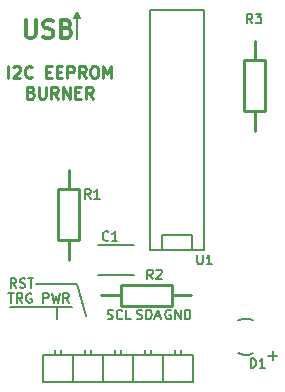
<source format=gto>
G04 #@! TF.GenerationSoftware,KiCad,Pcbnew,(5.1.4)-1*
G04 #@! TF.CreationDate,2019-10-18T13:19:36+02:00*
G04 #@! TF.ProjectId,FV1-usbprog,4656312d-7573-4627-9072-6f672e6b6963,rev?*
G04 #@! TF.SameCoordinates,Original*
G04 #@! TF.FileFunction,Legend,Top*
G04 #@! TF.FilePolarity,Positive*
%FSLAX46Y46*%
G04 Gerber Fmt 4.6, Leading zero omitted, Abs format (unit mm)*
G04 Created by KiCad (PCBNEW (5.1.4)-1) date 2019-10-18 13:19:36*
%MOMM*%
%LPD*%
G04 APERTURE LIST*
%ADD10C,0.200000*%
%ADD11C,0.250000*%
%ADD12C,0.300000*%
%ADD13C,0.150000*%
%ADD14C,0.254000*%
%ADD15C,0.203200*%
G04 APERTURE END LIST*
D10*
X173500000Y-133000000D02*
X173500000Y-134000000D01*
X169500000Y-133000000D02*
X174750000Y-133000000D01*
X175250000Y-131000000D02*
X171750000Y-131000000D01*
X176000000Y-133750000D02*
X175250000Y-131000000D01*
D11*
X169392857Y-113577380D02*
X169392857Y-112577380D01*
X169821428Y-112672619D02*
X169869047Y-112625000D01*
X169964285Y-112577380D01*
X170202380Y-112577380D01*
X170297619Y-112625000D01*
X170345238Y-112672619D01*
X170392857Y-112767857D01*
X170392857Y-112863095D01*
X170345238Y-113005952D01*
X169773809Y-113577380D01*
X170392857Y-113577380D01*
X171392857Y-113482142D02*
X171345238Y-113529761D01*
X171202380Y-113577380D01*
X171107142Y-113577380D01*
X170964285Y-113529761D01*
X170869047Y-113434523D01*
X170821428Y-113339285D01*
X170773809Y-113148809D01*
X170773809Y-113005952D01*
X170821428Y-112815476D01*
X170869047Y-112720238D01*
X170964285Y-112625000D01*
X171107142Y-112577380D01*
X171202380Y-112577380D01*
X171345238Y-112625000D01*
X171392857Y-112672619D01*
X172583333Y-113053571D02*
X172916666Y-113053571D01*
X173059523Y-113577380D02*
X172583333Y-113577380D01*
X172583333Y-112577380D01*
X173059523Y-112577380D01*
X173488095Y-113053571D02*
X173821428Y-113053571D01*
X173964285Y-113577380D02*
X173488095Y-113577380D01*
X173488095Y-112577380D01*
X173964285Y-112577380D01*
X174392857Y-113577380D02*
X174392857Y-112577380D01*
X174773809Y-112577380D01*
X174869047Y-112625000D01*
X174916666Y-112672619D01*
X174964285Y-112767857D01*
X174964285Y-112910714D01*
X174916666Y-113005952D01*
X174869047Y-113053571D01*
X174773809Y-113101190D01*
X174392857Y-113101190D01*
X175964285Y-113577380D02*
X175630952Y-113101190D01*
X175392857Y-113577380D02*
X175392857Y-112577380D01*
X175773809Y-112577380D01*
X175869047Y-112625000D01*
X175916666Y-112672619D01*
X175964285Y-112767857D01*
X175964285Y-112910714D01*
X175916666Y-113005952D01*
X175869047Y-113053571D01*
X175773809Y-113101190D01*
X175392857Y-113101190D01*
X176583333Y-112577380D02*
X176773809Y-112577380D01*
X176869047Y-112625000D01*
X176964285Y-112720238D01*
X177011904Y-112910714D01*
X177011904Y-113244047D01*
X176964285Y-113434523D01*
X176869047Y-113529761D01*
X176773809Y-113577380D01*
X176583333Y-113577380D01*
X176488095Y-113529761D01*
X176392857Y-113434523D01*
X176345238Y-113244047D01*
X176345238Y-112910714D01*
X176392857Y-112720238D01*
X176488095Y-112625000D01*
X176583333Y-112577380D01*
X177440476Y-113577380D02*
X177440476Y-112577380D01*
X177773809Y-113291666D01*
X178107142Y-112577380D01*
X178107142Y-113577380D01*
X171321428Y-114803571D02*
X171464285Y-114851190D01*
X171511904Y-114898809D01*
X171559523Y-114994047D01*
X171559523Y-115136904D01*
X171511904Y-115232142D01*
X171464285Y-115279761D01*
X171369047Y-115327380D01*
X170988095Y-115327380D01*
X170988095Y-114327380D01*
X171321428Y-114327380D01*
X171416666Y-114375000D01*
X171464285Y-114422619D01*
X171511904Y-114517857D01*
X171511904Y-114613095D01*
X171464285Y-114708333D01*
X171416666Y-114755952D01*
X171321428Y-114803571D01*
X170988095Y-114803571D01*
X171988095Y-114327380D02*
X171988095Y-115136904D01*
X172035714Y-115232142D01*
X172083333Y-115279761D01*
X172178571Y-115327380D01*
X172369047Y-115327380D01*
X172464285Y-115279761D01*
X172511904Y-115232142D01*
X172559523Y-115136904D01*
X172559523Y-114327380D01*
X173607142Y-115327380D02*
X173273809Y-114851190D01*
X173035714Y-115327380D02*
X173035714Y-114327380D01*
X173416666Y-114327380D01*
X173511904Y-114375000D01*
X173559523Y-114422619D01*
X173607142Y-114517857D01*
X173607142Y-114660714D01*
X173559523Y-114755952D01*
X173511904Y-114803571D01*
X173416666Y-114851190D01*
X173035714Y-114851190D01*
X174035714Y-115327380D02*
X174035714Y-114327380D01*
X174607142Y-115327380D01*
X174607142Y-114327380D01*
X175083333Y-114803571D02*
X175416666Y-114803571D01*
X175559523Y-115327380D02*
X175083333Y-115327380D01*
X175083333Y-114327380D01*
X175559523Y-114327380D01*
X176559523Y-115327380D02*
X176226190Y-114851190D01*
X175988095Y-115327380D02*
X175988095Y-114327380D01*
X176369047Y-114327380D01*
X176464285Y-114375000D01*
X176511904Y-114422619D01*
X176559523Y-114517857D01*
X176559523Y-114660714D01*
X176511904Y-114755952D01*
X176464285Y-114803571D01*
X176369047Y-114851190D01*
X175988095Y-114851190D01*
D10*
X170061904Y-131361904D02*
X169795238Y-130980952D01*
X169604761Y-131361904D02*
X169604761Y-130561904D01*
X169909523Y-130561904D01*
X169985714Y-130600000D01*
X170023809Y-130638095D01*
X170061904Y-130714285D01*
X170061904Y-130828571D01*
X170023809Y-130904761D01*
X169985714Y-130942857D01*
X169909523Y-130980952D01*
X169604761Y-130980952D01*
X170366666Y-131323809D02*
X170480952Y-131361904D01*
X170671428Y-131361904D01*
X170747619Y-131323809D01*
X170785714Y-131285714D01*
X170823809Y-131209523D01*
X170823809Y-131133333D01*
X170785714Y-131057142D01*
X170747619Y-131019047D01*
X170671428Y-130980952D01*
X170519047Y-130942857D01*
X170442857Y-130904761D01*
X170404761Y-130866666D01*
X170366666Y-130790476D01*
X170366666Y-130714285D01*
X170404761Y-130638095D01*
X170442857Y-130600000D01*
X170519047Y-130561904D01*
X170709523Y-130561904D01*
X170823809Y-130600000D01*
X171052380Y-130561904D02*
X171509523Y-130561904D01*
X171280952Y-131361904D02*
X171280952Y-130561904D01*
X177797619Y-133973809D02*
X177911904Y-134011904D01*
X178102380Y-134011904D01*
X178178571Y-133973809D01*
X178216666Y-133935714D01*
X178254761Y-133859523D01*
X178254761Y-133783333D01*
X178216666Y-133707142D01*
X178178571Y-133669047D01*
X178102380Y-133630952D01*
X177950000Y-133592857D01*
X177873809Y-133554761D01*
X177835714Y-133516666D01*
X177797619Y-133440476D01*
X177797619Y-133364285D01*
X177835714Y-133288095D01*
X177873809Y-133250000D01*
X177950000Y-133211904D01*
X178140476Y-133211904D01*
X178254761Y-133250000D01*
X179054761Y-133935714D02*
X179016666Y-133973809D01*
X178902380Y-134011904D01*
X178826190Y-134011904D01*
X178711904Y-133973809D01*
X178635714Y-133897619D01*
X178597619Y-133821428D01*
X178559523Y-133669047D01*
X178559523Y-133554761D01*
X178597619Y-133402380D01*
X178635714Y-133326190D01*
X178711904Y-133250000D01*
X178826190Y-133211904D01*
X178902380Y-133211904D01*
X179016666Y-133250000D01*
X179054761Y-133288095D01*
X179778571Y-134011904D02*
X179397619Y-134011904D01*
X179397619Y-133211904D01*
X180278571Y-133973809D02*
X180392857Y-134011904D01*
X180583333Y-134011904D01*
X180659523Y-133973809D01*
X180697619Y-133935714D01*
X180735714Y-133859523D01*
X180735714Y-133783333D01*
X180697619Y-133707142D01*
X180659523Y-133669047D01*
X180583333Y-133630952D01*
X180430952Y-133592857D01*
X180354761Y-133554761D01*
X180316666Y-133516666D01*
X180278571Y-133440476D01*
X180278571Y-133364285D01*
X180316666Y-133288095D01*
X180354761Y-133250000D01*
X180430952Y-133211904D01*
X180621428Y-133211904D01*
X180735714Y-133250000D01*
X181078571Y-134011904D02*
X181078571Y-133211904D01*
X181269047Y-133211904D01*
X181383333Y-133250000D01*
X181459523Y-133326190D01*
X181497619Y-133402380D01*
X181535714Y-133554761D01*
X181535714Y-133669047D01*
X181497619Y-133821428D01*
X181459523Y-133897619D01*
X181383333Y-133973809D01*
X181269047Y-134011904D01*
X181078571Y-134011904D01*
X181840476Y-133783333D02*
X182221428Y-133783333D01*
X181764285Y-134011904D02*
X182030952Y-133211904D01*
X182297619Y-134011904D01*
X169409523Y-131811904D02*
X169866666Y-131811904D01*
X169638095Y-132611904D02*
X169638095Y-131811904D01*
X170590476Y-132611904D02*
X170323809Y-132230952D01*
X170133333Y-132611904D02*
X170133333Y-131811904D01*
X170438095Y-131811904D01*
X170514285Y-131850000D01*
X170552380Y-131888095D01*
X170590476Y-131964285D01*
X170590476Y-132078571D01*
X170552380Y-132154761D01*
X170514285Y-132192857D01*
X170438095Y-132230952D01*
X170133333Y-132230952D01*
X171352380Y-131850000D02*
X171276190Y-131811904D01*
X171161904Y-131811904D01*
X171047619Y-131850000D01*
X170971428Y-131926190D01*
X170933333Y-132002380D01*
X170895238Y-132154761D01*
X170895238Y-132269047D01*
X170933333Y-132421428D01*
X170971428Y-132497619D01*
X171047619Y-132573809D01*
X171161904Y-132611904D01*
X171238095Y-132611904D01*
X171352380Y-132573809D01*
X171390476Y-132535714D01*
X171390476Y-132269047D01*
X171238095Y-132269047D01*
X172342857Y-132611904D02*
X172342857Y-131811904D01*
X172647619Y-131811904D01*
X172723809Y-131850000D01*
X172761904Y-131888095D01*
X172800000Y-131964285D01*
X172800000Y-132078571D01*
X172761904Y-132154761D01*
X172723809Y-132192857D01*
X172647619Y-132230952D01*
X172342857Y-132230952D01*
X173066666Y-131811904D02*
X173257142Y-132611904D01*
X173409523Y-132040476D01*
X173561904Y-132611904D01*
X173752380Y-131811904D01*
X174514285Y-132611904D02*
X174247619Y-132230952D01*
X174057142Y-132611904D02*
X174057142Y-131811904D01*
X174361904Y-131811904D01*
X174438095Y-131850000D01*
X174476190Y-131888095D01*
X174514285Y-131964285D01*
X174514285Y-132078571D01*
X174476190Y-132154761D01*
X174438095Y-132192857D01*
X174361904Y-132230952D01*
X174057142Y-132230952D01*
X183140476Y-133250000D02*
X183064285Y-133211904D01*
X182950000Y-133211904D01*
X182835714Y-133250000D01*
X182759523Y-133326190D01*
X182721428Y-133402380D01*
X182683333Y-133554761D01*
X182683333Y-133669047D01*
X182721428Y-133821428D01*
X182759523Y-133897619D01*
X182835714Y-133973809D01*
X182950000Y-134011904D01*
X183026190Y-134011904D01*
X183140476Y-133973809D01*
X183178571Y-133935714D01*
X183178571Y-133669047D01*
X183026190Y-133669047D01*
X183521428Y-134011904D02*
X183521428Y-133211904D01*
X183978571Y-134011904D01*
X183978571Y-133211904D01*
X184359523Y-134011904D02*
X184359523Y-133211904D01*
X184550000Y-133211904D01*
X184664285Y-133250000D01*
X184740476Y-133326190D01*
X184778571Y-133402380D01*
X184816666Y-133554761D01*
X184816666Y-133669047D01*
X184778571Y-133821428D01*
X184740476Y-133897619D01*
X184664285Y-133973809D01*
X184550000Y-134011904D01*
X184359523Y-134011904D01*
D12*
X170857142Y-108678571D02*
X170857142Y-109892857D01*
X170928571Y-110035714D01*
X171000000Y-110107142D01*
X171142857Y-110178571D01*
X171428571Y-110178571D01*
X171571428Y-110107142D01*
X171642857Y-110035714D01*
X171714285Y-109892857D01*
X171714285Y-108678571D01*
X172357142Y-110107142D02*
X172571428Y-110178571D01*
X172928571Y-110178571D01*
X173071428Y-110107142D01*
X173142857Y-110035714D01*
X173214285Y-109892857D01*
X173214285Y-109750000D01*
X173142857Y-109607142D01*
X173071428Y-109535714D01*
X172928571Y-109464285D01*
X172642857Y-109392857D01*
X172500000Y-109321428D01*
X172428571Y-109250000D01*
X172357142Y-109107142D01*
X172357142Y-108964285D01*
X172428571Y-108821428D01*
X172500000Y-108750000D01*
X172642857Y-108678571D01*
X173000000Y-108678571D01*
X173214285Y-108750000D01*
X174357142Y-109392857D02*
X174571428Y-109464285D01*
X174642857Y-109535714D01*
X174714285Y-109678571D01*
X174714285Y-109892857D01*
X174642857Y-110035714D01*
X174571428Y-110107142D01*
X174428571Y-110178571D01*
X173857142Y-110178571D01*
X173857142Y-108678571D01*
X174357142Y-108678571D01*
X174500000Y-108750000D01*
X174571428Y-108821428D01*
X174642857Y-108964285D01*
X174642857Y-109107142D01*
X174571428Y-109250000D01*
X174500000Y-109321428D01*
X174357142Y-109392857D01*
X173857142Y-109392857D01*
D10*
X175500000Y-108500000D02*
X175250000Y-108000000D01*
X175000000Y-108500000D02*
X175500000Y-108500000D01*
X175250000Y-108000000D02*
X175000000Y-108500000D01*
X175250000Y-110250000D02*
X175250000Y-108000000D01*
D13*
X172360000Y-139310000D02*
X185060000Y-139310000D01*
X184044000Y-137024000D02*
X184044000Y-136643000D01*
X183536000Y-137024000D02*
X183536000Y-136643000D01*
X181504000Y-137024000D02*
X181504000Y-136643000D01*
X180996000Y-137024000D02*
X180996000Y-136643000D01*
X178964000Y-137024000D02*
X178964000Y-136643000D01*
X178456000Y-137024000D02*
X178456000Y-136643000D01*
X176424000Y-137024000D02*
X176424000Y-136643000D01*
X175916000Y-137024000D02*
X175916000Y-136643000D01*
X173376000Y-137024000D02*
X173376000Y-136643000D01*
X173884000Y-137024000D02*
X173884000Y-136643000D01*
X182520000Y-137024000D02*
X182520000Y-139310000D01*
X185060000Y-137024000D02*
X182520000Y-137024000D01*
X185060000Y-137024000D02*
X185060000Y-139310000D01*
X179980000Y-137024000D02*
X179980000Y-139310000D01*
X179980000Y-137024000D02*
X177440000Y-137024000D01*
X182520000Y-137024000D02*
X179980000Y-137024000D01*
X174900000Y-137024000D02*
X174900000Y-139310000D01*
X174900000Y-137024000D02*
X172360000Y-137024000D01*
X172360000Y-137024000D02*
X172360000Y-139310000D01*
X177440000Y-137024000D02*
X174900000Y-137024000D01*
X177440000Y-137024000D02*
X177440000Y-139310000D01*
D10*
X185997746Y-107856521D02*
X185997746Y-128176521D01*
X181425746Y-128176521D02*
X181425746Y-107856521D01*
X185997746Y-128176521D02*
X181425746Y-128176521D01*
D13*
X182441746Y-128176521D02*
X182441746Y-126906521D01*
X182441746Y-126906521D02*
X184981746Y-126906521D01*
X184981746Y-126906521D02*
X184981746Y-128176521D01*
D10*
X181425746Y-107856521D02*
X185997746Y-107856521D01*
D13*
X190135000Y-134103000D02*
X189754000Y-133976000D01*
X189754000Y-133976000D02*
X189373000Y-133976000D01*
X189373000Y-133976000D02*
X188865000Y-134103000D01*
X190135000Y-136897000D02*
X189754000Y-137024000D01*
X189754000Y-137024000D02*
X189373000Y-137024000D01*
X189373000Y-137024000D02*
X188865000Y-136897000D01*
X177000000Y-127750000D02*
X180000000Y-127750000D01*
X180000000Y-130250000D02*
X177000000Y-130250000D01*
D14*
X174500000Y-127349000D02*
X174500000Y-129000000D01*
X174500000Y-123031000D02*
X174500000Y-121380000D01*
X175389000Y-123031000D02*
X173611000Y-123031000D01*
X173611000Y-123031000D02*
X173611000Y-127349000D01*
X173611000Y-127349000D02*
X175389000Y-127349000D01*
X175389000Y-127349000D02*
X175389000Y-123031000D01*
X183219000Y-132000000D02*
X184870000Y-132000000D01*
X178901000Y-132000000D02*
X177250000Y-132000000D01*
X178901000Y-131111000D02*
X178901000Y-132889000D01*
X178901000Y-132889000D02*
X183219000Y-132889000D01*
X183219000Y-132889000D02*
X183219000Y-131111000D01*
X183219000Y-131111000D02*
X178901000Y-131111000D01*
X190250000Y-112091000D02*
X190250000Y-110440000D01*
X190250000Y-116409000D02*
X190250000Y-118060000D01*
X189361000Y-116409000D02*
X191139000Y-116409000D01*
X191139000Y-116409000D02*
X191139000Y-112091000D01*
X191139000Y-112091000D02*
X189361000Y-112091000D01*
X189361000Y-112091000D02*
X189361000Y-116409000D01*
D10*
X185390476Y-128561904D02*
X185390476Y-129209523D01*
X185428571Y-129285714D01*
X185466666Y-129323809D01*
X185542857Y-129361904D01*
X185695238Y-129361904D01*
X185771428Y-129323809D01*
X185809523Y-129285714D01*
X185847619Y-129209523D01*
X185847619Y-128561904D01*
X186647619Y-129361904D02*
X186190476Y-129361904D01*
X186419047Y-129361904D02*
X186419047Y-128561904D01*
X186342857Y-128676190D01*
X186266666Y-128752380D01*
X186190476Y-128790476D01*
X189909523Y-138111904D02*
X189909523Y-137311904D01*
X190100000Y-137311904D01*
X190214285Y-137350000D01*
X190290476Y-137426190D01*
X190328571Y-137502380D01*
X190366666Y-137654761D01*
X190366666Y-137769047D01*
X190328571Y-137921428D01*
X190290476Y-137997619D01*
X190214285Y-138073809D01*
X190100000Y-138111904D01*
X189909523Y-138111904D01*
X191128571Y-138111904D02*
X190671428Y-138111904D01*
X190900000Y-138111904D02*
X190900000Y-137311904D01*
X190823809Y-137426190D01*
X190747619Y-137502380D01*
X190671428Y-137540476D01*
D13*
X191405047Y-137095428D02*
X192166952Y-137095428D01*
X191786000Y-137476380D02*
X191786000Y-136714476D01*
D10*
X177866666Y-127285714D02*
X177828571Y-127323809D01*
X177714285Y-127361904D01*
X177638095Y-127361904D01*
X177523809Y-127323809D01*
X177447619Y-127247619D01*
X177409523Y-127171428D01*
X177371428Y-127019047D01*
X177371428Y-126904761D01*
X177409523Y-126752380D01*
X177447619Y-126676190D01*
X177523809Y-126600000D01*
X177638095Y-126561904D01*
X177714285Y-126561904D01*
X177828571Y-126600000D01*
X177866666Y-126638095D01*
X178628571Y-127361904D02*
X178171428Y-127361904D01*
X178400000Y-127361904D02*
X178400000Y-126561904D01*
X178323809Y-126676190D01*
X178247619Y-126752380D01*
X178171428Y-126790476D01*
X176366666Y-123801904D02*
X176100000Y-123420952D01*
X175909523Y-123801904D02*
X175909523Y-123001904D01*
X176214285Y-123001904D01*
X176290476Y-123040000D01*
X176328571Y-123078095D01*
X176366666Y-123154285D01*
X176366666Y-123268571D01*
X176328571Y-123344761D01*
X176290476Y-123382857D01*
X176214285Y-123420952D01*
X175909523Y-123420952D01*
X177128571Y-123801904D02*
X176671428Y-123801904D01*
X176900000Y-123801904D02*
X176900000Y-123001904D01*
X176823809Y-123116190D01*
X176747619Y-123192380D01*
X176671428Y-123230476D01*
D15*
D10*
X181616666Y-130611904D02*
X181350000Y-130230952D01*
X181159523Y-130611904D02*
X181159523Y-129811904D01*
X181464285Y-129811904D01*
X181540476Y-129850000D01*
X181578571Y-129888095D01*
X181616666Y-129964285D01*
X181616666Y-130078571D01*
X181578571Y-130154761D01*
X181540476Y-130192857D01*
X181464285Y-130230952D01*
X181159523Y-130230952D01*
X181921428Y-129888095D02*
X181959523Y-129850000D01*
X182035714Y-129811904D01*
X182226190Y-129811904D01*
X182302380Y-129850000D01*
X182340476Y-129888095D01*
X182378571Y-129964285D01*
X182378571Y-130040476D01*
X182340476Y-130154761D01*
X181883333Y-130611904D01*
X182378571Y-130611904D01*
D15*
D10*
X190066666Y-108961904D02*
X189800000Y-108580952D01*
X189609523Y-108961904D02*
X189609523Y-108161904D01*
X189914285Y-108161904D01*
X189990476Y-108200000D01*
X190028571Y-108238095D01*
X190066666Y-108314285D01*
X190066666Y-108428571D01*
X190028571Y-108504761D01*
X189990476Y-108542857D01*
X189914285Y-108580952D01*
X189609523Y-108580952D01*
X190333333Y-108161904D02*
X190828571Y-108161904D01*
X190561904Y-108466666D01*
X190676190Y-108466666D01*
X190752380Y-108504761D01*
X190790476Y-108542857D01*
X190828571Y-108619047D01*
X190828571Y-108809523D01*
X190790476Y-108885714D01*
X190752380Y-108923809D01*
X190676190Y-108961904D01*
X190447619Y-108961904D01*
X190371428Y-108923809D01*
X190333333Y-108885714D01*
D15*
M02*

</source>
